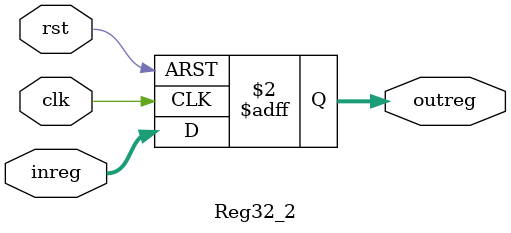
<source format=v>
module Reg32_2(input clk, rst,input[31:0] inreg, output reg[31:0] outreg);
  always@(posedge clk, posedge rst)begin
    if(rst) outreg <= 32'b0;
    else outreg <= inreg;
  end
endmodule
</source>
